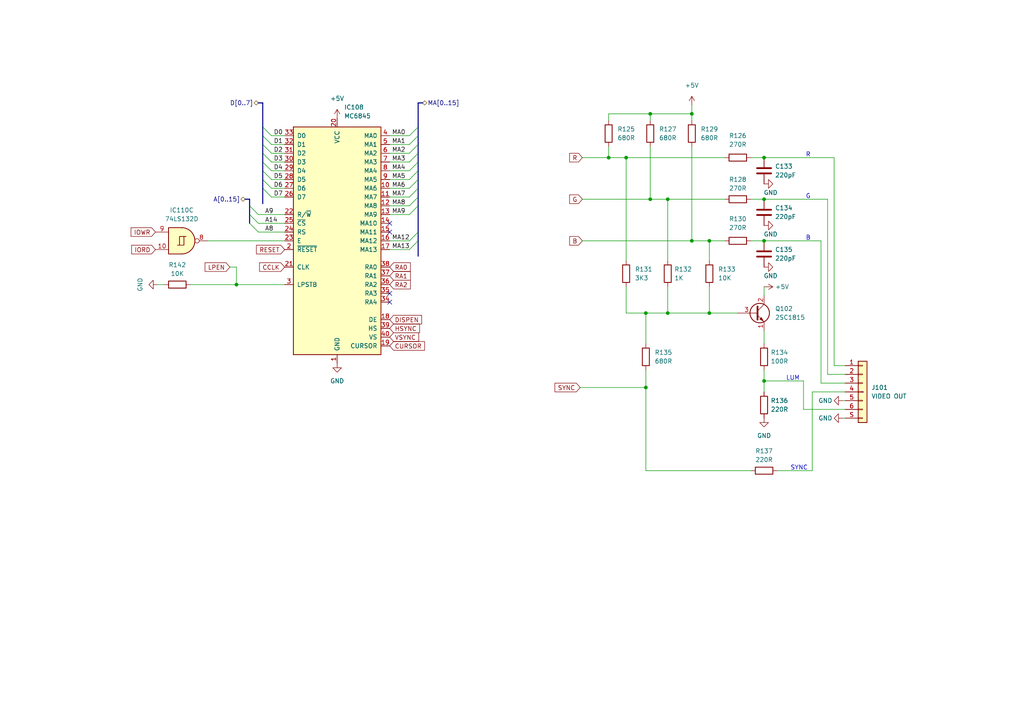
<source format=kicad_sch>
(kicad_sch (version 20211123) (generator eeschema)
  (paper "A4")
  (lib_symbols
    (symbol "74xx:74LS132" (pin_names (offset 1.016))
      (property "Reference" "U" (at 0 1.27 0))
      (property "Value" "74LS132" (at 0 -1.27 0))
      (symbol "74LS132_1_0"
        (polyline (pts (xy -0.635 -1.27) (xy -0.635 1.27) (xy 0.635 1.27)))
        (polyline (pts (xy -0.635 -1.27) (xy -0.635 1.27) (xy 0.635 1.27)))
        (polyline (pts (xy -1.27 -1.27) (xy 0.635 -1.27) (xy 0.635 1.27) (xy 1.27 1.27)))
        (polyline (pts (xy -1.27 -1.27) (xy 0.635 -1.27) (xy 0.635 1.27) (xy 1.27 1.27)))
      )
      (symbol "74LS132_1_1"
        (arc (start 0 -3.81) (mid 3.81 0) (end 0 3.81) (stroke (width 0.254)) (fill (type background)))
        (polyline (pts (xy 0 3.81) (xy -3.81 3.81) (xy -3.81 -3.81) (xy 0 -3.81)) (stroke (width 0.254)) (fill (type background)))
        (pin input line (at -7.62 2.54 0) (length 3.81) (name "~") (number "1"))
        (pin input line (at -7.62 -2.54 0) (length 3.81) (name "~") (number "2"))
        (pin output inverted (at 7.62 0 180) (length 3.81) (name "~") (number "3"))
      )
      (symbol "74LS132_1_2"
        (arc (start -3.81 -3.81) (mid -2.589 0) (end -3.81 3.81) (stroke (width 0.254)))
        (arc (start -0.6096 -3.81) (mid 2.1855 -2.584) (end 3.81 0) (stroke (width 0.254)) (fill (type background)))
        (polyline (pts (xy -3.81 -3.81) (xy -0.635 -3.81)) (stroke (width 0.254)) (fill (type background)))
        (polyline (pts (xy -3.81 3.81) (xy -0.635 3.81)) (stroke (width 0.254)) (fill (type background)))
        (polyline (pts (xy -0.635 3.81) (xy -3.81 3.81) (xy -3.81 3.81) (xy -3.556 3.4036) (xy -3.0226 2.2606) (xy -2.6924 1.0414) (xy -2.6162 -0.254) (xy -2.7686 -1.4986) (xy -3.175 -2.7178) (xy -3.81 -3.81) (xy -3.81 -3.81) (xy -0.635 -3.81)) (stroke (width -25.4)) (fill (type background)))
        (arc (start 3.81 0) (mid 2.1928 2.5925) (end -0.6096 3.81) (stroke (width 0.254)) (fill (type background)))
        (pin input inverted (at -7.62 2.54 0) (length 4.318) (name "~") (number "1"))
        (pin input inverted (at -7.62 -2.54 0) (length 4.318) (name "~") (number "2"))
        (pin output line (at 7.62 0 180) (length 3.81) (name "~") (number "3"))
      )
      (symbol "74LS132_2_0"
        (polyline (pts (xy -0.635 -1.27) (xy -0.635 1.27) (xy 0.635 1.27)))
        (polyline (pts (xy -0.635 -1.27) (xy -0.635 1.27) (xy 0.635 1.27)))
        (polyline (pts (xy -1.27 -1.27) (xy 0.635 -1.27) (xy 0.635 1.27) (xy 1.27 1.27)))
        (polyline (pts (xy -1.27 -1.27) (xy 0.635 -1.27) (xy 0.635 1.27) (xy 1.27 1.27)))
      )
      (symbol "74LS132_2_1"
        (arc (start 0 -3.81) (mid 3.81 0) (end 0 3.81) (stroke (width 0.254)) (fill (type background)))
        (polyline (pts (xy 0 3.81) (xy -3.81 3.81) (xy -3.81 -3.81) (xy 0 -3.81)) (stroke (width 0.254)) (fill (type background)))
        (pin input line (at -7.62 2.54 0) (length 3.81) (name "~") (number "4"))
        (pin input line (at -7.62 -2.54 0) (length 3.81) (name "~") (number "5"))
        (pin output inverted (at 7.62 0 180) (length 3.81) (name "~") (number "6"))
      )
      (symbol "74LS132_2_2"
        (arc (start -3.81 -3.81) (mid -2.589 0) (end -3.81 3.81) (stroke (width 0.254)))
        (arc (start -0.6096 -3.81) (mid 2.1855 -2.584) (end 3.81 0) (stroke (width 0.254)) (fill (type background)))
        (polyline (pts (xy -3.81 -3.81) (xy -0.635 -3.81)) (stroke (width 0.254)) (fill (type background)))
        (polyline (pts (xy -3.81 3.81) (xy -0.635 3.81)) (stroke (width 0.254)) (fill (type background)))
        (polyline (pts (xy -0.635 3.81) (xy -3.81 3.81) (xy -3.81 3.81) (xy -3.556 3.4036) (xy -3.0226 2.2606) (xy -2.6924 1.0414) (xy -2.6162 -0.254) (xy -2.7686 -1.4986) (xy -3.175 -2.7178) (xy -3.81 -3.81) (xy -3.81 -3.81) (xy -0.635 -3.81)) (stroke (width -25.4)) (fill (type background)))
        (arc (start 3.81 0) (mid 2.1928 2.5925) (end -0.6096 3.81) (stroke (width 0.254)) (fill (type background)))
        (pin input inverted (at -7.62 2.54 0) (length 4.318) (name "~") (number "4"))
        (pin input inverted (at -7.62 -2.54 0) (length 4.318) (name "~") (number "5"))
        (pin output line (at 7.62 0 180) (length 3.81) (name "~") (number "6"))
      )
      (symbol "74LS132_3_0"
        (polyline (pts (xy -0.635 -1.27) (xy -0.635 1.27) (xy 0.635 1.27)))
        (polyline (pts (xy -0.635 -1.27) (xy -0.635 1.27) (xy 0.635 1.27)))
        (polyline (pts (xy -1.27 -1.27) (xy 0.635 -1.27) (xy 0.635 1.27) (xy 1.27 1.27)))
        (polyline (pts (xy -1.27 -1.27) (xy 0.635 -1.27) (xy 0.635 1.27) (xy 1.27 1.27)))
      )
      (symbol "74LS132_3_1"
        (arc (start 0 -3.81) (mid 3.81 0) (end 0 3.81) (stroke (width 0.254)) (fill (type background)))
        (polyline (pts (xy 0 3.81) (xy -3.81 3.81) (xy -3.81 -3.81) (xy 0 -3.81)) (stroke (width 0.254)) (fill (type background)))
        (pin input line (at -7.62 -2.54 0) (length 3.81) (name "~") (number "10"))
        (pin output inverted (at 7.62 0 180) (length 3.81) (name "~") (number "8"))
        (pin input line (at -7.62 2.54 0) (length 3.81) (name "~") (number "9"))
      )
      (symbol "74LS132_3_2"
        (arc (start -3.81 -3.81) (mid -2.589 0) (end -3.81 3.81) (stroke (width 0.254)))
        (arc (start -0.6096 -3.81) (mid 2.1855 -2.584) (end 3.81 0) (stroke (width 0.254)) (fill (type background)))
        (polyline (pts (xy -3.81 -3.81) (xy -0.635 -3.81)) (stroke (width 0.254)) (fill (type background)))
        (polyline (pts (xy -3.81 3.81) (xy -0.635 3.81)) (stroke (width 0.254)) (fill (type background)))
        (polyline (pts (xy -0.635 3.81) (xy -3.81 3.81) (xy -3.81 3.81) (xy -3.556 3.4036) (xy -3.0226 2.2606) (xy -2.6924 1.0414) (xy -2.6162 -0.254) (xy -2.7686 -1.4986) (xy -3.175 -2.7178) (xy -3.81 -3.81) (xy -3.81 -3.81) (xy -0.635 -3.81)) (stroke (width -25.4)) (fill (type background)))
        (arc (start 3.81 0) (mid 2.1928 2.5925) (end -0.6096 3.81) (stroke (width 0.254)) (fill (type background)))
        (pin input inverted (at -7.62 -2.54 0) (length 4.318) (name "~") (number "10"))
        (pin output line (at 7.62 0 180) (length 3.81) (name "~") (number "8"))
        (pin input inverted (at -7.62 2.54 0) (length 4.318) (name "~") (number "9"))
      )
      (symbol "74LS132_4_0"
        (polyline (pts (xy -0.635 -1.27) (xy -0.635 1.27) (xy 0.635 1.27)))
        (polyline (pts (xy -0.635 -1.27) (xy -0.635 1.27) (xy 0.635 1.27)))
        (polyline (pts (xy -1.27 -1.27) (xy 0.635 -1.27) (xy 0.635 1.27) (xy 1.27 1.27)))
        (polyline (pts (xy -1.27 -1.27) (xy 0.635 -1.27) (xy 0.635 1.27) (xy 1.27 1.27)))
      )
      (symbol "74LS132_4_1"
        (arc (start 0 -3.81) (mid 3.81 0) (end 0 3.81) (stroke (width 0.254)) (fill (type background)))
        (polyline (pts (xy 0 3.81) (xy -3.81 3.81) (xy -3.81 -3.81) (xy 0 -3.81)) (stroke (width 0.254)) (fill (type background)))
        (pin output inverted (at 7.62 0 180) (length 3.81) (name "~") (number "11"))
        (pin input line (at -7.62 2.54 0) (length 3.81) (name "~") (number "12"))
        (pin input line (at -7.62 -2.54 0) (length 3.81) (name "~") (number "13"))
      )
      (symbol "74LS132_4_2"
        (arc (start -3.81 -3.81) (mid -2.589 0) (end -3.81 3.81) (stroke (width 0.254)))
        (arc (start -0.6096 -3.81) (mid 2.1855 -2.584) (end 3.81 0) (stroke (width 0.254)) (fill (type background)))
        (polyline (pts (xy -3.81 -3.81) (xy -0.635 -3.81)) (stroke (width 0.254)) (fill (type background)))
        (polyline (pts (xy -3.81 3.81) (xy -0.635 3.81)) (stroke (width 0.254)) (fill (type background)))
        (polyline (pts (xy -0.635 3.81) (xy -3.81 3.81) (xy -3.81 3.81) (xy -3.556 3.4036) (xy -3.0226 2.2606) (xy -2.6924 1.0414) (xy -2.6162 -0.254) (xy -2.7686 -1.4986) (xy -3.175 -2.7178) (xy -3.81 -3.81) (xy -3.81 -3.81) (xy -0.635 -3.81)) (stroke (width -25.4)) (fill (type background)))
        (arc (start 3.81 0) (mid 2.1928 2.5925) (end -0.6096 3.81) (stroke (width 0.254)) (fill (type background)))
        (pin output line (at 7.62 0 180) (length 3.81) (name "~") (number "11"))
        (pin input inverted (at -7.62 2.54 0) (length 4.318) (name "~") (number "12"))
        (pin input inverted (at -7.62 -2.54 0) (length 4.318) (name "~") (number "13"))
      )
      (symbol "74LS132_5_0"
        (pin power_in line (at 0 12.7 270) (length 5.08) (name "VCC") (number "14"))
        (pin power_in line (at 0 -12.7 90) (length 5.08) (name "GND") (number "7"))
      )
      (symbol "74LS132_5_1"
        (rectangle (start -5.08 7.62) (end 5.08 -7.62) (stroke (width 0.254)) (fill (type background)))
      )
    )
    (symbol "Connector_Generic:Conn_01x07" (pin_names (offset 1.016) hide)
      (property "Reference" "J?" (at 3.175 0.0001 0))
      (property "Value" "VIDEO OUT" (at 3.175 -2.5399 0))
      (symbol "Conn_01x07_1_1"
        (rectangle (start -1.27 -7.493) (end 0 -7.747) (stroke (width 0.1524)))
        (rectangle (start -1.27 -4.953) (end 0 -5.207) (stroke (width 0.1524)))
        (rectangle (start -1.27 -2.413) (end 0 -2.667) (stroke (width 0.1524)))
        (rectangle (start -1.27 0.127) (end 0 -0.127) (stroke (width 0.1524)))
        (rectangle (start -1.27 2.667) (end 0 2.413) (stroke (width 0.1524)))
        (rectangle (start -1.27 5.207) (end 0 4.953) (stroke (width 0.1524)))
        (rectangle (start -1.27 7.747) (end 0 7.493) (stroke (width 0.1524)))
        (rectangle (start -1.27 8.89) (end 1.27 -8.89) (stroke (width 0.254)) (fill (type background)))
        (pin passive line (at -5.08 7.62 0) (length 3.81) (name "Pin_1") (number "1"))
        (pin passive line (at -5.08 5.08 0) (length 3.81) (name "Pin_2") (number "2"))
        (pin passive line (at -5.08 2.54 0) (length 3.81) (name "Pin_3") (number "3"))
        (pin passive line (at -5.08 0 0) (length 3.81) (name "Pin_4") (number "4"))
        (pin passive line (at -5.08 -2.54 0) (length 3.81) (name "Pin_5") (number "5"))
        (pin passive line (at -5.08 -5.08 0) (length 3.81) (name "Pin_6") (number "6"))
        (pin passive line (at -5.08 -7.62 0) (length 3.81) (name "Shield") (number "S"))
      )
    )
    (symbol "Device:C" (pin_numbers hide) (pin_names (offset 0.254))
      (property "Reference" "C" (at 0.635 2.54 0))
      (property "Value" "C" (at 0.635 -2.54 0))
      (symbol "C_0_1"
        (polyline (pts (xy -2.032 -0.762) (xy 2.032 -0.762)) (stroke (width 0.508)))
        (polyline (pts (xy -2.032 0.762) (xy 2.032 0.762)) (stroke (width 0.508)))
      )
      (symbol "C_1_1"
        (pin passive line (at 0 3.81 270) (length 2.794) (name "~") (number "1"))
        (pin passive line (at 0 -3.81 90) (length 2.794) (name "~") (number "2"))
      )
    )
    (symbol "Device:R" (pin_numbers hide) (pin_names (offset 0))
      (property "Reference" "R" (at 2.032 0 90))
      (property "Value" "R" (at 0 0 90))
      (symbol "R_0_1"
        (rectangle (start -1.016 -2.54) (end 1.016 2.54) (stroke (width 0.254)))
      )
      (symbol "R_1_1"
        (pin passive line (at 0 3.81 270) (length 1.27) (name "~") (number "1"))
        (pin passive line (at 0 -3.81 90) (length 1.27) (name "~") (number "2"))
      )
    )
    (symbol "GPU:MC6845" (pin_names (offset 1.016))
      (property "Reference" "U" (at -10.16 34.29 0))
      (property "Value" "MC6845" (at 12.7 34.29 0))
      (symbol "MC6845_0_1"
        (rectangle (start -12.7 -33.02) (end 12.7 33.02) (stroke (width 0.254)) (fill (type background)))
      )
      (symbol "MC6845_1_1"
        (pin power_in line (at 0 -35.56 90) (length 2.54) (name "GND") (number "1"))
        (pin output line (at 15.24 15.24 180) (length 2.54) (name "MA6") (number "10"))
        (pin output line (at 15.24 12.7 180) (length 2.54) (name "MA7") (number "11"))
        (pin output line (at 15.24 10.16 180) (length 2.54) (name "MA8") (number "12"))
        (pin output line (at 15.24 7.62 180) (length 2.54) (name "MA9") (number "13"))
        (pin output line (at 15.24 5.08 180) (length 2.54) (name "MA10") (number "14"))
        (pin output line (at 15.24 2.54 180) (length 2.54) (name "MA11") (number "15"))
        (pin output line (at 15.24 0 180) (length 2.54) (name "MA12") (number "16"))
        (pin output line (at 15.24 -2.54 180) (length 2.54) (name "MA13") (number "17"))
        (pin output line (at 15.24 -22.86 180) (length 2.54) (name "DE") (number "18"))
        (pin output line (at 15.24 -30.48 180) (length 2.54) (name "CURSOR") (number "19"))
        (pin input line (at -15.24 -2.54 0) (length 2.54) (name "~{RESET}") (number "2"))
        (pin power_in line (at 0 35.56 270) (length 2.54) (name "VCC") (number "20"))
        (pin input line (at -15.24 -7.62 0) (length 2.54) (name "CLK") (number "21"))
        (pin input line (at -15.24 7.62 0) (length 2.54) (name "R/~{W}") (number "22"))
        (pin input line (at -15.24 0 0) (length 2.54) (name "E") (number "23"))
        (pin input line (at -15.24 2.54 0) (length 2.54) (name "RS") (number "24"))
        (pin input line (at -15.24 5.08 0) (length 2.54) (name "~{CS}") (number "25"))
        (pin bidirectional line (at -15.24 12.7 0) (length 2.54) (name "D7") (number "26"))
        (pin bidirectional line (at -15.24 15.24 0) (length 2.54) (name "D6") (number "27"))
        (pin bidirectional line (at -15.24 17.78 0) (length 2.54) (name "D5") (number "28"))
        (pin bidirectional line (at -15.24 20.32 0) (length 2.54) (name "D4") (number "29"))
        (pin input line (at -15.24 -12.7 0) (length 2.54) (name "LPSTB") (number "3"))
        (pin bidirectional line (at -15.24 22.86 0) (length 2.54) (name "D3") (number "30"))
        (pin bidirectional line (at -15.24 25.4 0) (length 2.54) (name "D2") (number "31"))
        (pin bidirectional line (at -15.24 27.94 0) (length 2.54) (name "D1") (number "32"))
        (pin bidirectional line (at -15.24 30.48 0) (length 2.54) (name "D0") (number "33"))
        (pin output line (at 15.24 -17.78 180) (length 2.54) (name "RA4") (number "34"))
        (pin output line (at 15.24 -15.24 180) (length 2.54) (name "RA3") (number "35"))
        (pin output line (at 15.24 -12.7 180) (length 2.54) (name "RA2") (number "36"))
        (pin output line (at 15.24 -10.16 180) (length 2.54) (name "RA1") (number "37"))
        (pin output line (at 15.24 -7.62 180) (length 2.54) (name "RA0") (number "38"))
        (pin output line (at 15.24 -25.4 180) (length 2.54) (name "HS") (number "39"))
        (pin output line (at 15.24 30.48 180) (length 2.54) (name "MA0") (number "4"))
        (pin output line (at 15.24 -27.94 180) (length 2.54) (name "VS") (number "40"))
        (pin output line (at 15.24 27.94 180) (length 2.54) (name "MA1") (number "5"))
        (pin output line (at 15.24 25.4 180) (length 2.54) (name "MA2") (number "6"))
        (pin output line (at 15.24 22.86 180) (length 2.54) (name "MA3") (number "7"))
        (pin output line (at 15.24 20.32 180) (length 2.54) (name "MA4") (number "8"))
        (pin output line (at 15.24 17.78 180) (length 2.54) (name "MA5") (number "9"))
      )
    )
    (symbol "Transistor_BJT:2SC1815" (pin_names (offset 0) hide)
      (property "Reference" "Q" (at 5.08 1.905 0))
      (property "Value" "2SC1815" (at 5.08 0 0))
      (symbol "2SC1815_0_1"
        (polyline (pts (xy 0 0) (xy 0.508 0)))
        (polyline (pts (xy 0.635 0.635) (xy 2.54 2.54)))
        (polyline (pts (xy 0.635 -0.635) (xy 2.54 -2.54) (xy 2.54 -2.54)))
        (polyline (pts (xy 0.635 1.905) (xy 0.635 -1.905) (xy 0.635 -1.905)) (stroke (width 0.508)))
        (polyline (pts (xy 1.27 -1.778) (xy 1.778 -1.27) (xy 2.286 -2.286) (xy 1.27 -1.778) (xy 1.27 -1.778)) (fill (type outline)))
        (circle (center 1.27 0) (radius 2.8194) (stroke (width 0.254)))
      )
      (symbol "2SC1815_1_1"
        (pin passive line (at 2.54 -5.08 90) (length 2.54) (name "E") (number "1"))
        (pin passive line (at 2.54 5.08 270) (length 2.54) (name "C") (number "2"))
        (pin input line (at -5.08 0 0) (length 5.08) (name "B") (number "3"))
      )
    )
    (symbol "power:+5V" (power) (pin_names (offset 0))
      (property "Value" "+5V" (at 0 3.556 0))
      (symbol "+5V_0_1"
        (polyline (pts (xy -0.762 1.27) (xy 0 2.54)))
        (polyline (pts (xy 0 0) (xy 0 2.54)))
        (polyline (pts (xy 0 2.54) (xy 0.762 1.27)))
      )
      (symbol "+5V_1_1"
        (pin power_in line (at 0 0 90) (length 0) hide (name "+5V") (number "1"))
      )
    )
    (symbol "power:GND" (power) (pin_names (offset 0))
      (property "Value" "GND" (at 0 -3.81 0))
      (symbol "GND_0_1"
        (polyline (pts (xy 0 0) (xy 0 -1.27) (xy 1.27 -1.27) (xy 0 -2.54) (xy -1.27 -1.27) (xy 0 -1.27)))
      )
      (symbol "GND_1_1"
        (pin power_in line (at 0 0 270) (length 0) hide (name "GND") (number "1"))
      )
    )
  )
  (junction (at 200.66 69.85))
  (junction (at 221.615 57.785))
  (junction (at 188.595 57.785))
  (junction (at 221.615 110.49))
  (junction (at 176.53 45.72))
  (junction (at 187.325 112.395))
  (junction (at 200.66 33.02))
  (junction (at 205.74 69.85))
  (junction (at 188.595 33.02))
  (junction (at 193.675 90.805))
  (junction (at 193.675 57.785))
  (junction (at 187.325 90.805))
  (junction (at 68.58 82.55))
  (junction (at 181.61 45.72))
  (junction (at 205.74 90.805))
  (junction (at 221.615 69.85))
  (junction (at 221.615 45.72))
  (no_connect (at 113.03 64.77))
  (no_connect (at 113.03 85.09))
  (no_connect (at 113.03 87.63))
  (no_connect (at 113.03 67.31))
  (bus_entry (at 76.2 46.99) (size 2.54 2.54))
  (bus_entry (at 76.2 36.83) (size 2.54 2.54))
  (bus_entry (at 72.39 64.77) (size 2.54 2.54))
  (bus_entry (at 76.2 44.45) (size 2.54 2.54))
  (bus_entry (at 118.745 57.15) (size 2.54 -2.54))
  (bus_entry (at 72.39 59.69) (size 2.54 2.54))
  (bus_entry (at 118.745 54.61) (size 2.54 -2.54))
  (bus_entry (at 118.745 41.91) (size 2.54 -2.54))
  (bus_entry (at 118.745 62.23) (size 2.54 -2.54))
  (bus_entry (at 76.2 54.61) (size 2.54 2.54))
  (bus_entry (at 118.745 59.69) (size 2.54 -2.54))
  (bus_entry (at 76.2 41.91) (size 2.54 2.54))
  (bus_entry (at 76.2 52.07) (size 2.54 2.54))
  (bus_entry (at 118.745 69.85) (size 2.54 -2.54))
  (bus_entry (at 118.745 49.53) (size 2.54 -2.54))
  (bus_entry (at 72.39 62.23) (size 2.54 2.54))
  (bus_entry (at 118.745 52.07) (size 2.54 -2.54))
  (bus_entry (at 118.745 46.99) (size 2.54 -2.54))
  (bus_entry (at 118.745 44.45) (size 2.54 -2.54))
  (bus_entry (at 76.2 49.53) (size 2.54 2.54))
  (bus_entry (at 76.2 39.37) (size 2.54 2.54))
  (bus_entry (at 118.745 39.37) (size 2.54 -2.54))
  (bus_entry (at 118.745 72.39) (size 2.54 -2.54))
  (wire (pts (xy 187.325 112.395) (xy 187.325 107.315)))
  (wire (pts (xy 78.74 52.07) (xy 82.55 52.07)))
  (wire (pts (xy 74.93 62.23) (xy 82.55 62.23)))
  (wire (pts (xy 55.245 82.55) (xy 68.58 82.55)))
  (wire (pts (xy 78.74 54.61) (xy 82.55 54.61)))
  (bus (pts (xy 76.2 46.99) (xy 76.2 49.53)))
  (wire (pts (xy 187.325 112.395) (xy 187.325 136.525)))
  (wire (pts (xy 113.03 49.53) (xy 118.745 49.53)))
  (wire (pts (xy 205.74 69.85) (xy 210.185 69.85)))
  (wire (pts (xy 113.03 57.15) (xy 118.745 57.15)))
  (wire (pts (xy 221.615 83.185) (xy 221.615 85.725)))
  (bus (pts (xy 121.285 39.37) (xy 121.285 41.91)))
  (wire (pts (xy 113.03 72.39) (xy 118.745 72.39)))
  (bus (pts (xy 121.285 36.83) (xy 121.285 39.37)))
  (bus (pts (xy 121.285 59.69) (xy 121.285 67.31)))
  (bus (pts (xy 121.285 67.31) (xy 121.285 69.85)))
  (wire (pts (xy 217.805 69.85) (xy 221.615 69.85)))
  (wire (pts (xy 187.325 136.525) (xy 217.805 136.525)))
  (bus (pts (xy 72.39 57.785) (xy 72.39 59.69)))
  (wire (pts (xy 221.615 110.49) (xy 221.615 113.665)))
  (bus (pts (xy 71.12 57.785) (xy 72.39 57.785)))
  (wire (pts (xy 113.03 54.61) (xy 118.745 54.61)))
  (bus (pts (xy 76.2 36.83) (xy 76.2 39.37)))
  (bus (pts (xy 121.285 29.845) (xy 121.285 36.83)))
  (wire (pts (xy 176.53 45.72) (xy 181.61 45.72)))
  (wire (pts (xy 113.03 69.85) (xy 118.745 69.85)))
  (bus (pts (xy 121.285 54.61) (xy 121.285 57.15)))
  (wire (pts (xy 78.74 46.99) (xy 82.55 46.99)))
  (bus (pts (xy 121.285 46.99) (xy 121.285 49.53)))
  (wire (pts (xy 168.275 112.395) (xy 187.325 112.395)))
  (wire (pts (xy 244.475 121.285) (xy 245.11 121.285)))
  (wire (pts (xy 188.595 33.02) (xy 188.595 34.925)))
  (wire (pts (xy 78.74 49.53) (xy 82.55 49.53)))
  (wire (pts (xy 187.325 90.805) (xy 193.675 90.805)))
  (wire (pts (xy 45.72 82.55) (xy 47.625 82.55)))
  (wire (pts (xy 168.91 45.72) (xy 176.53 45.72)))
  (wire (pts (xy 78.74 57.15) (xy 82.55 57.15)))
  (wire (pts (xy 113.03 52.07) (xy 118.745 52.07)))
  (wire (pts (xy 205.74 69.85) (xy 205.74 75.565)))
  (wire (pts (xy 221.615 95.885) (xy 221.615 99.695)))
  (wire (pts (xy 181.61 45.72) (xy 210.185 45.72)))
  (wire (pts (xy 68.58 77.47) (xy 68.58 82.55)))
  (wire (pts (xy 240.03 57.785) (xy 240.03 108.585)))
  (wire (pts (xy 240.03 108.585) (xy 245.11 108.585)))
  (wire (pts (xy 221.615 57.785) (xy 240.03 57.785)))
  (wire (pts (xy 245.11 113.665) (xy 235.585 113.665)))
  (wire (pts (xy 176.53 33.02) (xy 188.595 33.02)))
  (bus (pts (xy 122.555 29.845) (xy 121.285 29.845)))
  (wire (pts (xy 78.74 41.91) (xy 82.55 41.91)))
  (bus (pts (xy 76.2 49.53) (xy 76.2 52.07)))
  (wire (pts (xy 74.93 67.31) (xy 82.55 67.31)))
  (wire (pts (xy 241.935 45.72) (xy 241.935 106.045)))
  (wire (pts (xy 200.66 33.02) (xy 200.66 34.925)))
  (wire (pts (xy 113.03 39.37) (xy 118.745 39.37)))
  (wire (pts (xy 238.125 111.125) (xy 245.11 111.125)))
  (wire (pts (xy 193.675 57.785) (xy 210.185 57.785)))
  (wire (pts (xy 113.03 41.91) (xy 118.745 41.91)))
  (wire (pts (xy 238.125 69.85) (xy 238.125 111.125)))
  (wire (pts (xy 176.53 45.72) (xy 176.53 42.545)))
  (wire (pts (xy 181.61 90.805) (xy 187.325 90.805)))
  (bus (pts (xy 72.39 59.69) (xy 72.39 62.23)))
  (bus (pts (xy 121.285 49.53) (xy 121.285 52.07)))
  (wire (pts (xy 233.045 118.745) (xy 233.045 110.49)))
  (wire (pts (xy 188.595 33.02) (xy 200.66 33.02)))
  (wire (pts (xy 113.03 62.23) (xy 118.745 62.23)))
  (bus (pts (xy 76.2 39.37) (xy 76.2 41.91)))
  (wire (pts (xy 217.805 45.72) (xy 221.615 45.72)))
  (bus (pts (xy 76.2 54.61) (xy 76.2 59.055)))
  (wire (pts (xy 187.325 99.695) (xy 187.325 90.805)))
  (wire (pts (xy 113.03 59.69) (xy 118.745 59.69)))
  (wire (pts (xy 181.61 45.72) (xy 181.61 75.565)))
  (wire (pts (xy 241.935 106.045) (xy 245.11 106.045)))
  (bus (pts (xy 121.285 52.07) (xy 121.285 54.61)))
  (bus (pts (xy 121.285 44.45) (xy 121.285 46.99)))
  (wire (pts (xy 200.66 69.85) (xy 200.66 42.545)))
  (wire (pts (xy 245.11 118.745) (xy 233.045 118.745)))
  (wire (pts (xy 205.74 83.185) (xy 205.74 90.805)))
  (bus (pts (xy 74.93 29.845) (xy 76.2 29.845)))
  (wire (pts (xy 60.325 69.85) (xy 82.55 69.85)))
  (wire (pts (xy 213.995 90.805) (xy 205.74 90.805)))
  (wire (pts (xy 181.61 90.805) (xy 181.61 83.185)))
  (wire (pts (xy 68.58 82.55) (xy 82.55 82.55)))
  (wire (pts (xy 233.045 110.49) (xy 221.615 110.49)))
  (bus (pts (xy 76.2 44.45) (xy 76.2 46.99)))
  (wire (pts (xy 217.805 57.785) (xy 221.615 57.785)))
  (bus (pts (xy 121.285 41.91) (xy 121.285 44.45)))
  (wire (pts (xy 168.91 69.85) (xy 200.66 69.85)))
  (wire (pts (xy 245.11 116.205) (xy 244.475 116.205)))
  (wire (pts (xy 205.74 90.805) (xy 193.675 90.805)))
  (wire (pts (xy 221.615 69.85) (xy 238.125 69.85)))
  (wire (pts (xy 235.585 113.665) (xy 235.585 136.525)))
  (bus (pts (xy 121.285 69.85) (xy 121.285 74.295)))
  (bus (pts (xy 72.39 62.23) (xy 72.39 64.77)))
  (wire (pts (xy 176.53 34.925) (xy 176.53 33.02)))
  (wire (pts (xy 188.595 57.785) (xy 188.595 42.545)))
  (bus (pts (xy 76.2 52.07) (xy 76.2 54.61)))
  (wire (pts (xy 235.585 136.525) (xy 225.425 136.525)))
  (wire (pts (xy 74.93 64.77) (xy 82.55 64.77)))
  (bus (pts (xy 76.2 29.845) (xy 76.2 36.83)))
  (wire (pts (xy 168.91 57.785) (xy 188.595 57.785)))
  (wire (pts (xy 193.675 83.185) (xy 193.675 90.805)))
  (wire (pts (xy 221.615 45.72) (xy 241.935 45.72)))
  (wire (pts (xy 200.66 30.48) (xy 200.66 33.02)))
  (wire (pts (xy 193.675 57.785) (xy 193.675 75.565)))
  (bus (pts (xy 121.285 57.15) (xy 121.285 59.69)))
  (wire (pts (xy 188.595 57.785) (xy 193.675 57.785)))
  (wire (pts (xy 113.03 44.45) (xy 118.745 44.45)))
  (wire (pts (xy 221.615 107.315) (xy 221.615 110.49)))
  (bus (pts (xy 76.2 41.91) (xy 76.2 44.45)))
  (wire (pts (xy 78.74 44.45) (xy 82.55 44.45)))
  (wire (pts (xy 200.66 69.85) (xy 205.74 69.85)))
  (wire (pts (xy 66.675 77.47) (xy 68.58 77.47)))
  (wire (pts (xy 113.03 46.99) (xy 118.745 46.99)))
  (wire (pts (xy 78.74 39.37) (xy 82.55 39.37)))
  (text "LUM" (at 227.965 110.49 0) (effects (font (size 1.27 1.27)) (justify left bottom)))
  (text "SYNC" (at 229.235 136.525 0) (effects (font (size 1.27 1.27)) (justify left bottom)))
  (text "G" (at 233.68 57.785 0) (effects (font (size 1.27 1.27)) (justify left bottom)))
  (text "R" (at 233.68 45.72 0) (effects (font (size 1.27 1.27)) (justify left bottom)))
  (text "B" (at 233.68 69.85 0) (effects (font (size 1.27 1.27)) (justify left bottom)))
  (label "D3" (at 79.375 46.99 0))
  (label "D7" (at 79.375 57.15 0))
  (label "MA9" (at 113.665 62.23 0))
  (label "D6" (at 79.375 54.61 0))
  (label "MA1" (at 113.665 41.91 0))
  (label "D4" (at 79.375 49.53 0))
  (label "MA0" (at 113.665 39.37 0))
  (label "A8" (at 76.835 67.31 0))
  (label "A14" (at 76.835 64.77 0))
  (label "MA2" (at 113.665 44.45 0))
  (label "D0" (at 79.375 39.37 0))
  (label "A9" (at 76.835 62.23 0))
  (label "MA7" (at 113.665 57.15 0))
  (label "MA6" (at 113.665 54.61 0))
  (label "MA3" (at 113.665 46.99 0))
  (label "D1" (at 79.375 41.91 0))
  (label "MA5" (at 113.665 52.07 0))
  (label "MA4" (at 113.665 49.53 0))
  (label "MA13" (at 113.665 72.39 0))
  (label "MA8" (at 113.665 59.69 0))
  (label "D2" (at 79.375 44.45 0))
  (label "MA12" (at 113.665 69.85 0))
  (label "D5" (at 79.375 52.07 0))
  (global_label "SYNC" (shape input) (at 168.275 112.395 180) (property "Intersheet References" "${INTERSHEET_REFS}" (effects hide)))
  (global_label "RA2" (shape input) (at 113.03 82.55 0) (property "Intersheet References" "${INTERSHEET_REFS}" (effects hide)))
  (global_label "CCLK" (shape input) (at 82.55 77.47 180) (property "Intersheet References" "${INTERSHEET_REFS}" (effects hide)))
  (global_label "IORD" (shape input) (at 45.085 72.39 180) (property "Intersheet References" "${INTERSHEET_REFS}" (effects hide)))
  (global_label "CURSOR" (shape input) (at 113.03 100.33 0) (property "Intersheet References" "${INTERSHEET_REFS}" (effects hide)))
  (global_label "G" (shape input) (at 168.91 57.785 180) (property "Intersheet References" "${INTERSHEET_REFS}" (effects hide)))
  (global_label "VSYNC" (shape input) (at 113.03 97.79 0) (property "Intersheet References" "${INTERSHEET_REFS}" (effects hide)))
  (global_label "HSYNC" (shape input) (at 113.03 95.25 0) (property "Intersheet References" "${INTERSHEET_REFS}" (effects hide)))
  (global_label "IOWR" (shape input) (at 45.085 67.31 180) (property "Intersheet References" "${INTERSHEET_REFS}" (effects hide)))
  (global_label "R" (shape input) (at 168.91 45.72 180) (property "Intersheet References" "${INTERSHEET_REFS}" (effects hide)))
  (global_label "RESET" (shape input) (at 82.55 72.39 180) (property "Intersheet References" "${INTERSHEET_REFS}" (effects hide)))
  (global_label "RA1" (shape input) (at 113.03 80.01 0) (property "Intersheet References" "${INTERSHEET_REFS}" (effects hide)))
  (global_label "DISPEN" (shape input) (at 113.03 92.71 0) (property "Intersheet References" "${INTERSHEET_REFS}" (effects hide)))
  (global_label "LPEN" (shape input) (at 66.675 77.47 180) (property "Intersheet References" "${INTERSHEET_REFS}" (effects hide)))
  (global_label "B" (shape input) (at 168.91 69.85 180) (property "Intersheet References" "${INTERSHEET_REFS}" (effects hide)))
  (global_label "RA0" (shape input) (at 113.03 77.47 0) (property "Intersheet References" "${INTERSHEET_REFS}" (effects hide)))
  (hierarchical_label "D[0..7]" (shape bidirectional) (at 74.93 29.845 180))
  (hierarchical_label "A[0..15]" (shape bidirectional) (at 71.12 57.785 180))
  (hierarchical_label "MA[0..15]" (shape bidirectional) (at 122.555 29.845 0))
  (symbol (lib_id "74xx:74LS132") (at 52.705 69.85 0) (unit 3)
    (property "Reference" "IC110" (at 52.705 60.96 0))
    (property "Value" "74LS132D" (at 52.705 63.5 0))
    (property "Footprint" "Package_SO:SOIC-14_3.9x8.7mm_P1.27mm" (effects hide))
    (property "Datasheet" "http://www.ti.com/lit/gpn/sn74LS132" (effects hide))
  )
  (symbol (lib_id "Device:R") (at 221.615 117.475 0) (unit 1)
    (property "Reference" "R136" (at 223.52 116.2049 0) (effects (justify left)))
    (property "Value" "220R" (at 223.52 118.7449 0) (effects (justify left)))
    (property "Footprint" "Resistor_SMD:R_0805_2012Metric" (effects hide))
    (property "LCSC" "C114519" (effects hide))
  )
  (symbol (lib_id "power:+5V") (at 200.66 30.48 0) (unit 1)
    (property "Reference" "#PWR0173" (effects hide))
    (property "Value" "+5V" (at 200.66 24.765 0))
  )
  (symbol (lib_id "Device:R") (at 188.595 38.735 0) (unit 1)
    (property "Reference" "R127" (at 191.135 37.4649 0) (effects (justify left)))
    (property "Value" "680R" (at 191.135 40.0049 0) (effects (justify left)))
    (property "Footprint" "Resistor_SMD:R_0805_2012Metric" (effects hide))
    (property "LCSC" "C114549" (effects hide))
  )
  (symbol (lib_id "Device:R") (at 221.615 136.525 90) (mirror x) (unit 1)
    (property "Reference" "R137" (at 221.615 130.81 90))
    (property "Value" "220R" (at 221.615 133.35 90))
    (property "Footprint" "Resistor_SMD:R_0805_2012Metric" (effects hide))
    (property "LCSC" "C114519" (effects hide))
  )
  (symbol (lib_id "power:GND") (at 244.475 116.205 270) (unit 1)
    (property "Reference" "#PWR0170" (effects hide))
    (property "Value" "GND" (at 239.395 116.205 90))
  )
  (symbol (lib_id "Device:C") (at 221.615 49.53 0) (unit 1)
    (property "Reference" "C133" (at 224.79 48.2599 0) (effects (justify left)))
    (property "Value" "220pF" (at 224.79 50.7999 0) (effects (justify left)))
    (property "Footprint" "Capacitor_SMD:C_0805_2012Metric" (effects hide))
    (property "LCSC" "C1727" (effects hide))
  )
  (symbol (lib_id "Device:R") (at 205.74 79.375 0) (unit 1)
    (property "Reference" "R133" (at 208.28 78.1049 0) (effects (justify left)))
    (property "Value" "10K" (at 208.28 80.6449 0) (effects (justify left)))
    (property "Footprint" "Resistor_SMD:R_0805_2012Metric" (effects hide))
    (property "LCSC" "C84376" (effects hide))
  )
  (symbol (lib_id "Device:R") (at 200.66 38.735 0) (unit 1)
    (property "Reference" "R129" (at 203.2 37.4649 0) (effects (justify left)))
    (property "Value" "680R" (at 203.2 40.0049 0) (effects (justify left)))
    (property "Footprint" "Resistor_SMD:R_0805_2012Metric" (effects hide))
    (property "LCSC" "C114549" (effects hide))
  )
  (symbol (lib_id "power:+5V") (at 221.615 83.185 270) (unit 1)
    (property "Reference" "#PWR0177" (effects hide))
    (property "Value" "+5V" (at 224.79 83.1849 90) (effects (justify left)))
  )
  (symbol (lib_id "Device:R") (at 51.435 82.55 90) (unit 1)
    (property "Reference" "R142" (at 51.435 76.835 90))
    (property "Value" "10K" (at 51.435 79.375 90))
    (property "Footprint" "Resistor_SMD:R_0805_2012Metric" (effects hide))
    (property "LCSC" "C84376" (effects hide))
  )
  (symbol (lib_id "power:+5V") (at 97.79 34.29 0) (unit 1)
    (property "Reference" "#PWR0174" (effects hide))
    (property "Value" "+5V" (at 97.79 28.575 0))
  )
  (symbol (lib_id "power:GND") (at 97.79 105.41 0) (unit 1)
    (property "Reference" "#PWR0175" (effects hide))
    (property "Value" "GND" (at 97.79 110.49 0))
  )
  (symbol (lib_id "power:GND") (at 244.475 121.285 270) (unit 1)
    (property "Reference" "#PWR0109" (effects hide))
    (property "Value" "GND" (at 239.395 121.285 90))
  )
  (symbol (lib_id "Device:C") (at 221.615 73.66 0) (unit 1)
    (property "Reference" "C135" (at 224.79 72.3899 0) (effects (justify left)))
    (property "Value" "220pF" (at 224.79 74.9299 0) (effects (justify left)))
    (property "Footprint" "Capacitor_SMD:C_0805_2012Metric" (effects hide))
    (property "LCSC" "C1727" (effects hide))
  )
  (symbol (lib_id "Device:R") (at 221.615 103.505 0) (unit 1)
    (property "Reference" "R134" (at 223.52 102.2349 0) (effects (justify left)))
    (property "Value" "100R" (at 223.52 104.7749 0) (effects (justify left)))
    (property "Footprint" "Resistor_SMD:R_0805_2012Metric" (effects hide))
    (property "LCSC" "C105577" (effects hide))
  )
  (symbol (lib_id "Connector_Generic:Conn_01x07") (at 250.19 113.665 0) (unit 1)
    (property "Reference" "J101" (at 252.73 112.3949 0) (effects (justify left)))
    (property "Value" "VIDEO OUT" (at 252.73 114.9349 0) (effects (justify left)))
    (property "Footprint" "CPC464-MINI:VIDEOJACK" (effects hide))
    (property "Datasheet" "~" (at 250.19 113.665 0))
  )
  (symbol (lib_id "Device:R") (at 176.53 38.735 0) (unit 1)
    (property "Reference" "R125" (at 179.07 37.4649 0) (effects (justify left)))
    (property "Value" "680R" (at 179.07 40.0049 0) (effects (justify left)))
    (property "Footprint" "Resistor_SMD:R_0805_2012Metric" (effects hide))
    (property "LCSC" "C114549" (effects hide))
  )
  (symbol (lib_id "Device:R") (at 213.995 45.72 90) (mirror x) (unit 1)
    (property "Reference" "R126" (at 213.995 39.37 90))
    (property "Value" "270R" (at 213.995 41.91 90))
    (property "Footprint" "Resistor_SMD:R_0805_2012Metric" (effects hide))
    (property "LCSC" "C137558" (effects hide))
  )
  (symbol (lib_id "Device:R") (at 213.995 69.85 90) (mirror x) (unit 1)
    (property "Reference" "R130" (at 213.995 63.5 90))
    (property "Value" "270R" (at 213.995 66.04 90))
    (property "Footprint" "Resistor_SMD:R_0805_2012Metric" (effects hide))
    (property "LCSC" "C137558" (effects hide))
  )
  (symbol (lib_id "power:GND") (at 45.72 82.55 270) (unit 1)
    (property "Reference" "#PWR0172" (effects hide))
    (property "Value" "GND" (at 40.64 82.55 0))
  )
  (symbol (lib_id "power:GND") (at 221.615 65.405 90) (unit 1)
    (property "Reference" "#PWR0178" (effects hide))
    (property "Value" "GND" (at 223.52 67.945 90))
  )
  (symbol (lib_id "power:GND") (at 221.615 121.285 0) (unit 1)
    (property "Reference" "#PWR0171" (effects hide))
    (property "Value" "GND" (at 221.615 126.365 0))
  )
  (symbol (lib_id "Device:R") (at 181.61 79.375 0) (unit 1)
    (property "Reference" "R131" (at 184.15 78.1049 0) (effects (justify left)))
    (property "Value" "3K3" (at 184.15 80.6449 0) (effects (justify left)))
    (property "Footprint" "Resistor_SMD:R_0805_2012Metric" (effects hide))
    (property "LCSC" "C114531" (effects hide))
  )
  (symbol (lib_id "Transistor_BJT:2SC1815") (at 219.075 90.805 0) (unit 1)
    (property "Reference" "Q102" (at 224.79 89.5349 0) (effects (justify left)))
    (property "Value" "2SC1815" (at 224.79 92.0749 0) (effects (justify left)))
    (property "Footprint" "Package_TO_SOT_THT:TO-92_Inline" (effects hide))
    (property "Datasheet" "https://media.digikey.com/pdf/Data%20Sheets/Toshiba%20PDFs/2SC1815.pdf" (effects hide))
  )
  (symbol (lib_id "power:GND") (at 221.615 77.47 90) (unit 1)
    (property "Reference" "#PWR0176" (effects hide))
    (property "Value" "GND" (at 223.52 80.01 90))
  )
  (symbol (lib_id "GPU:MC6845") (at 97.79 69.85 0) (unit 1)
    (property "Reference" "IC108" (at 99.8094 31.115 0) (effects (justify left)))
    (property "Value" "MC6845" (at 99.8094 33.655 0) (effects (justify left)))
    (property "Footprint" "Package_DIP:DIP-40_W15.24mm" (effects hide))
    (property "Datasheet" "http://pdf.datasheetcatalog.com/datasheet_pdf/motorola/MC6845L_and_MC6845P.pdf" (effects hide))
  )
  (symbol (lib_id "Device:C") (at 221.615 61.595 0) (unit 1)
    (property "Reference" "C134" (at 224.79 60.3249 0) (effects (justify left)))
    (property "Value" "220pF" (at 224.79 62.8649 0) (effects (justify left)))
    (property "Footprint" "Capacitor_SMD:C_0805_2012Metric" (effects hide))
    (property "LCSC" "C1727" (effects hide))
  )
  (symbol (lib_id "Device:R") (at 193.675 79.375 0) (unit 1)
    (property "Reference" "R132" (at 195.58 78.1049 0) (effects (justify left)))
    (property "Value" "1K" (at 195.58 80.6449 0) (effects (justify left)))
    (property "Footprint" "Resistor_SMD:R_0805_2012Metric" (effects hide))
    (property "LCSC" "C482939" (effects hide))
  )
  (symbol (lib_id "power:GND") (at 221.615 53.34 90) (unit 1)
    (property "Reference" "#PWR0179" (effects hide))
    (property "Value" "GND" (at 223.52 55.88 90))
  )
  (symbol (lib_id "Device:R") (at 187.325 103.505 0) (unit 1)
    (property "Reference" "R135" (at 189.865 102.2349 0) (effects (justify left)))
    (property "Value" "680R" (at 189.865 104.7749 0) (effects (justify left)))
    (property "Footprint" "Resistor_SMD:R_0805_2012Metric" (effects hide))
    (property "LCSC" "C114549" (effects hide))
  )
  (symbol (lib_id "Device:R") (at 213.995 57.785 90) (mirror x) (unit 1)
    (property "Reference" "R128" (at 213.995 52.07 90))
    (property "Value" "270R" (at 213.995 54.61 90))
    (property "Footprint" "Resistor_SMD:R_0805_2012Metric" (effects hide))
    (property "LCSC" "C137558" (effects hide))
  )
)
</source>
